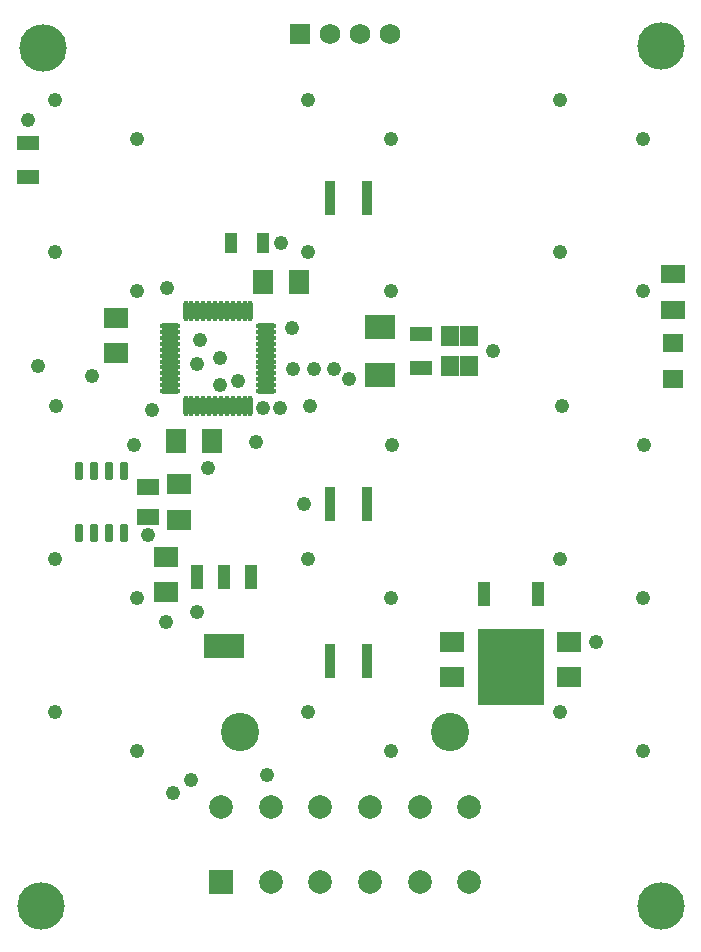
<source format=gbr>
%TF.GenerationSoftware,Altium Limited,Altium Designer,20.0.9 (164)*%
G04 Layer_Color=16711935*
%FSLAX26Y26*%
%MOIN*%
%TF.FileFunction,Soldermask,Bot*%
%TF.Part,Single*%
G01*
G75*
%TA.AperFunction,SMDPad,CuDef*%
%ADD50R,0.082803X0.069024*%
%ADD51R,0.043433X0.078866*%
%ADD52R,0.222567X0.252095*%
%ADD53R,0.082803X0.067055*%
%ADD54R,0.037528X0.114299*%
%ADD55R,0.072961X0.051307*%
%ADD56R,0.043433X0.082803*%
%ADD57R,0.133984X0.082803*%
%ADD58O,0.017843X0.069024*%
%ADD59O,0.069024X0.017843*%
%ADD60R,0.067055X0.063118*%
%ADD61R,0.067055X0.082803*%
%ADD62R,0.102488X0.082803*%
%ADD63R,0.078866X0.059181*%
%ADD64R,0.043433X0.070992*%
%ADD65R,0.059181X0.065087*%
G04:AMPARAMS|DCode=66|XSize=29.654mil|YSize=57.213mil|CornerRadius=5.949mil|HoleSize=0mil|Usage=FLASHONLY|Rotation=180.000|XOffset=0mil|YOffset=0mil|HoleType=Round|Shape=RoundedRectangle|*
%AMROUNDEDRECTD66*
21,1,0.029654,0.045315,0,0,180.0*
21,1,0.017756,0.057213,0,0,180.0*
1,1,0.011898,-0.008878,0.022657*
1,1,0.011898,0.008878,0.022657*
1,1,0.011898,0.008878,-0.022657*
1,1,0.011898,-0.008878,-0.022657*
%
%ADD66ROUNDEDRECTD66*%
%ADD67R,0.074929X0.053276*%
%TA.AperFunction,ComponentPad*%
%ADD68C,0.078866*%
%ADD69R,0.078866X0.078866*%
%ADD70C,0.127685*%
%ADD71R,0.069024X0.069024*%
%ADD72C,0.069024*%
%TA.AperFunction,ViaPad*%
%ADD73C,0.048000*%
%ADD74C,0.158000*%
D50*
X1845000Y1293071D02*
D03*
Y1176929D02*
D03*
X2800000Y1008071D02*
D03*
Y891929D02*
D03*
D51*
X2905236Y1170354D02*
D03*
X3084764D02*
D03*
D52*
X2995000Y926260D02*
D03*
D53*
X3190000Y890945D02*
D03*
Y1009055D02*
D03*
X1890000Y1415945D02*
D03*
Y1534055D02*
D03*
X1680000Y1970945D02*
D03*
Y2089055D02*
D03*
D54*
X2392992Y945000D02*
D03*
X2517008D02*
D03*
X2392992Y1470000D02*
D03*
X2517008D02*
D03*
Y2490000D02*
D03*
X2392992D02*
D03*
D55*
X1385000Y2671102D02*
D03*
Y2558898D02*
D03*
X2695472Y2034567D02*
D03*
Y1922362D02*
D03*
D56*
X1949449Y1226142D02*
D03*
X2040000D02*
D03*
X2130551D02*
D03*
D57*
X2040000Y993858D02*
D03*
D58*
X2127795Y2111929D02*
D03*
X2108110D02*
D03*
X2088425D02*
D03*
X2068740D02*
D03*
X2049055D02*
D03*
X2029370D02*
D03*
X2009685D02*
D03*
X1990000D02*
D03*
X1970315D02*
D03*
X1950630D02*
D03*
X1930945D02*
D03*
X1911260D02*
D03*
Y1795000D02*
D03*
X1930945D02*
D03*
X1950630D02*
D03*
X1970315D02*
D03*
X1990000D02*
D03*
X2009685D02*
D03*
X2029370D02*
D03*
X2049055D02*
D03*
X2068740D02*
D03*
X2088425D02*
D03*
X2108110D02*
D03*
X2127795D02*
D03*
D59*
X1861063Y2061732D02*
D03*
Y2042047D02*
D03*
Y2022362D02*
D03*
Y2002677D02*
D03*
Y1982992D02*
D03*
Y1963307D02*
D03*
Y1943622D02*
D03*
Y1923937D02*
D03*
Y1904252D02*
D03*
Y1884567D02*
D03*
Y1864882D02*
D03*
Y1845197D02*
D03*
X2177992D02*
D03*
Y1864882D02*
D03*
Y1884567D02*
D03*
Y1904252D02*
D03*
Y1923937D02*
D03*
Y1943622D02*
D03*
Y1963307D02*
D03*
Y1982992D02*
D03*
Y2002677D02*
D03*
Y2022362D02*
D03*
Y2042047D02*
D03*
Y2061732D02*
D03*
D60*
X3535000Y2004055D02*
D03*
Y1885945D02*
D03*
D61*
X1999055Y1680000D02*
D03*
X1880945D02*
D03*
X2170945Y2210000D02*
D03*
X2289055D02*
D03*
D62*
X2560472Y2059882D02*
D03*
Y1898465D02*
D03*
D63*
X3535000Y2113976D02*
D03*
Y2236024D02*
D03*
D64*
X2061850Y2340000D02*
D03*
X2168150D02*
D03*
D65*
X2793976Y1928465D02*
D03*
X2856968D02*
D03*
X2793976Y2028465D02*
D03*
X2856968D02*
D03*
D66*
X1705000Y1371654D02*
D03*
X1655000D02*
D03*
X1605000D02*
D03*
X1555000D02*
D03*
X1705000Y1578347D02*
D03*
X1655000D02*
D03*
X1605000D02*
D03*
X1555000D02*
D03*
D67*
X1785000Y1423819D02*
D03*
Y1526181D02*
D03*
D68*
X2361075Y210000D02*
D03*
X2526429D02*
D03*
X2196114D02*
D03*
X2691390D02*
D03*
X2856350D02*
D03*
X2361075Y460000D02*
D03*
X2526429D02*
D03*
X2196114D02*
D03*
X2691390D02*
D03*
X2031153D02*
D03*
X2856350D02*
D03*
D69*
X2031153Y210000D02*
D03*
D70*
X2093752Y710000D02*
D03*
X2793752D02*
D03*
D71*
X2293752Y3035000D02*
D03*
D72*
X2393752D02*
D03*
X2493752D02*
D03*
X2593752D02*
D03*
D73*
X1950000Y1935000D02*
D03*
X2305000Y1470000D02*
D03*
X1845000Y1075000D02*
D03*
X2995000Y980000D02*
D03*
Y865000D02*
D03*
X3280000Y1010000D02*
D03*
X2265000Y2055000D02*
D03*
X2085000Y1880000D02*
D03*
X2025000Y1955000D02*
D03*
X2145000Y1675000D02*
D03*
X1680000Y2090000D02*
D03*
X1850000Y2190000D02*
D03*
X1870000Y505000D02*
D03*
X1929130Y549147D02*
D03*
X2225000Y1790000D02*
D03*
X2170000D02*
D03*
X2184186Y564186D02*
D03*
X1985000Y1590000D02*
D03*
X2325000Y1795000D02*
D03*
X2320000Y1285000D02*
D03*
X2455000Y1885000D02*
D03*
X2405000Y1920000D02*
D03*
X2340000D02*
D03*
X2270000D02*
D03*
X1740000Y1665000D02*
D03*
X1798458Y1781542D02*
D03*
X1600000Y1895000D02*
D03*
X1420000Y1930000D02*
D03*
X2025000Y1865000D02*
D03*
X1680000Y1970000D02*
D03*
X1480000Y1795000D02*
D03*
X2320918Y2814082D02*
D03*
X2230000Y2340000D02*
D03*
X1385000Y2750000D02*
D03*
X1950000Y1110000D02*
D03*
X2040000Y990000D02*
D03*
X2320000Y2310000D02*
D03*
X1785000Y1365000D02*
D03*
X1960000Y2015000D02*
D03*
X1750000Y645000D02*
D03*
Y2685000D02*
D03*
X2935000Y1980000D02*
D03*
X1475000Y775000D02*
D03*
X2595000Y645000D02*
D03*
X2320000Y775000D02*
D03*
X3435000Y645000D02*
D03*
X3160000Y775000D02*
D03*
X1475000Y1285000D02*
D03*
X1750000Y1155000D02*
D03*
X2595000D02*
D03*
X3435000D02*
D03*
X3160000Y1285000D02*
D03*
X2600000Y1665000D02*
D03*
X3440000D02*
D03*
X3165000Y1795000D02*
D03*
X1475000Y2310000D02*
D03*
X1750000Y2180000D02*
D03*
X2595000D02*
D03*
X3435000D02*
D03*
X3160000Y2310000D02*
D03*
Y2815000D02*
D03*
X3435000Y2685000D02*
D03*
X2595000D02*
D03*
X1475000Y2815000D02*
D03*
D74*
X3495000Y130000D02*
D03*
X1430000D02*
D03*
X3495000Y2995000D02*
D03*
X1435000Y2990000D02*
D03*
%TF.MD5,7ed42b69b3899ce91bab9814a23823c8*%
M02*

</source>
